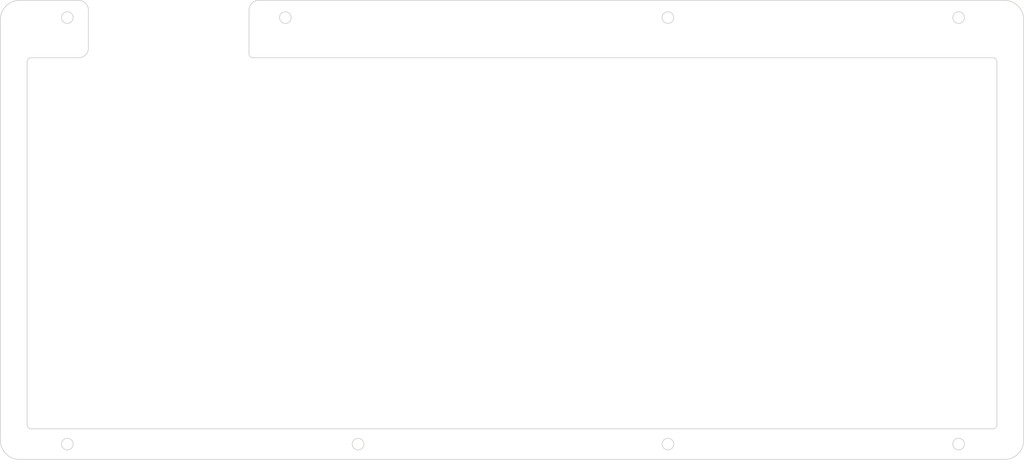
<source format=kicad_pcb>
(kicad_pcb (version 20171130) (host pcbnew 5.0.1)

  (general
    (thickness 1.6)
    (drawings 32)
    (tracks 0)
    (zones 0)
    (modules 0)
    (nets 1)
  )

  (page A3)
  (layers
    (0 F.Cu signal)
    (31 B.Cu signal)
    (32 B.Adhes user)
    (33 F.Adhes user)
    (34 B.Paste user)
    (35 F.Paste user)
    (36 B.SilkS user)
    (37 F.SilkS user)
    (38 B.Mask user)
    (39 F.Mask user)
    (40 Dwgs.User user)
    (41 Cmts.User user)
    (42 Eco1.User user)
    (43 Eco2.User user)
    (44 Edge.Cuts user)
    (45 Margin user)
    (46 B.CrtYd user)
    (47 F.CrtYd user)
    (48 B.Fab user)
    (49 F.Fab user)
  )

  (setup
    (last_trace_width 0.25)
    (trace_clearance 0.2)
    (zone_clearance 0.508)
    (zone_45_only no)
    (trace_min 0.2)
    (segment_width 0.2)
    (edge_width 0.2)
    (via_size 0.8)
    (via_drill 0.4)
    (via_min_size 0.4)
    (via_min_drill 0.3)
    (uvia_size 0.3)
    (uvia_drill 0.1)
    (uvias_allowed no)
    (uvia_min_size 0.2)
    (uvia_min_drill 0.1)
    (pcb_text_width 0.3)
    (pcb_text_size 1.5 1.5)
    (mod_edge_width 0.15)
    (mod_text_size 1 1)
    (mod_text_width 0.15)
    (pad_size 1.524 1.524)
    (pad_drill 0.762)
    (pad_to_mask_clearance 0.051)
    (solder_mask_min_width 0.25)
    (aux_axis_origin 0 0)
    (visible_elements FFFDF7FF)
    (pcbplotparams
      (layerselection 0x010fc_ffffffff)
      (usegerberextensions false)
      (usegerberattributes false)
      (usegerberadvancedattributes false)
      (creategerberjobfile false)
      (excludeedgelayer true)
      (linewidth 0.100000)
      (plotframeref false)
      (viasonmask false)
      (mode 1)
      (useauxorigin false)
      (hpglpennumber 1)
      (hpglpenspeed 20)
      (hpglpendiameter 15.000000)
      (psnegative false)
      (psa4output false)
      (plotreference true)
      (plotvalue true)
      (plotinvisibletext false)
      (padsonsilk false)
      (subtractmaskfromsilk false)
      (outputformat 1)
      (mirror false)
      (drillshape 1)
      (scaleselection 1)
      (outputdirectory "../Photos/Profiled Case/"))
  )

  (net 0 "")

  (net_class Default "This is the default net class."
    (clearance 0.2)
    (trace_width 0.25)
    (via_dia 0.8)
    (via_drill 0.4)
    (uvia_dia 0.3)
    (uvia_drill 0.1)
  )

  (gr_arc (start 337 73) (end 342 73) (angle -90) (layer Edge.Cuts) (width 0.2))
  (gr_arc (start 79.5 73) (end 79.5 68) (angle -90) (layer Edge.Cuts) (width 0.2))
  (gr_arc (start 337 183) (end 337 188) (angle -90) (layer Edge.Cuts) (width 0.2))
  (gr_arc (start 79.5 183) (end 74.5 183) (angle -90) (layer Edge.Cuts) (width 0.2))
  (gr_circle (center 92 184) (end 93.3 184.8) (layer Edge.Cuts) (width 0.2))
  (gr_circle (center 168 184) (end 169.4 184.6) (layer Edge.Cuts) (width 0.2))
  (gr_circle (center 249 184) (end 250.3 184.8) (layer Edge.Cuts) (width 0.2))
  (gr_circle (center 325 184) (end 326.4 184.6) (layer Edge.Cuts) (width 0.2))
  (gr_circle (center 325 72.5) (end 326.3 73.3) (layer Edge.Cuts) (width 0.2))
  (gr_circle (center 249 72.5) (end 250.4 73.1) (layer Edge.Cuts) (width 0.2))
  (gr_circle (center 149 72.5) (end 150.3 73.3) (layer Edge.Cuts) (width 0.2))
  (gr_circle (center 92 72.5) (end 93.3 73.3) (layer Edge.Cuts) (width 0.2))
  (gr_line (start 79.5 68) (end 95 68) (layer Edge.Cuts) (width 0.2))
  (gr_arc (start 334 179) (end 334 180) (angle -90) (layer Edge.Cuts) (width 0.2))
  (gr_arc (start 334 84) (end 335 84) (angle -90) (layer Edge.Cuts) (width 0.2))
  (gr_arc (start 140.5 82) (end 139.5 82) (angle -90) (layer Edge.Cuts) (width 0.2))
  (gr_arc (start 142 70.5) (end 142 68) (angle -90) (layer Edge.Cuts) (width 0.2))
  (gr_arc (start 82.5 179) (end 81.5 179) (angle -90) (layer Edge.Cuts) (width 0.2))
  (gr_arc (start 82.5 84) (end 82.5 83) (angle -90) (layer Edge.Cuts) (width 0.2))
  (gr_arc (start 95 80.5) (end 95 83) (angle -90) (layer Edge.Cuts) (width 0.2))
  (gr_arc (start 95 70.5) (end 97.5 70.5) (angle -90) (layer Edge.Cuts) (width 0.2))
  (gr_line (start 334 83) (end 140.5 83) (layer Edge.Cuts) (width 0.2))
  (gr_line (start 335 179) (end 335 84) (layer Edge.Cuts) (width 0.2))
  (gr_line (start 82.5 180) (end 334 180) (layer Edge.Cuts) (width 0.2))
  (gr_line (start 81.5 84) (end 81.5 179) (layer Edge.Cuts) (width 0.2))
  (gr_line (start 95 83) (end 82.5 83) (layer Edge.Cuts) (width 0.2))
  (gr_line (start 97.5 70.5) (end 97.5 80.5) (layer Edge.Cuts) (width 0.2))
  (gr_line (start 139.5 70.5) (end 139.5 82) (layer Edge.Cuts) (width 0.2))
  (gr_line (start 342 73) (end 342 183) (layer Edge.Cuts) (width 0.2))
  (gr_line (start 74.5 183) (end 74.5 73) (layer Edge.Cuts) (width 0.2) (tstamp 5C464E26))
  (gr_line (start 337 188) (end 79.5 188) (layer Edge.Cuts) (width 0.2))
  (gr_line (start 142 68) (end 337 68) (layer Edge.Cuts) (width 0.2))

)

</source>
